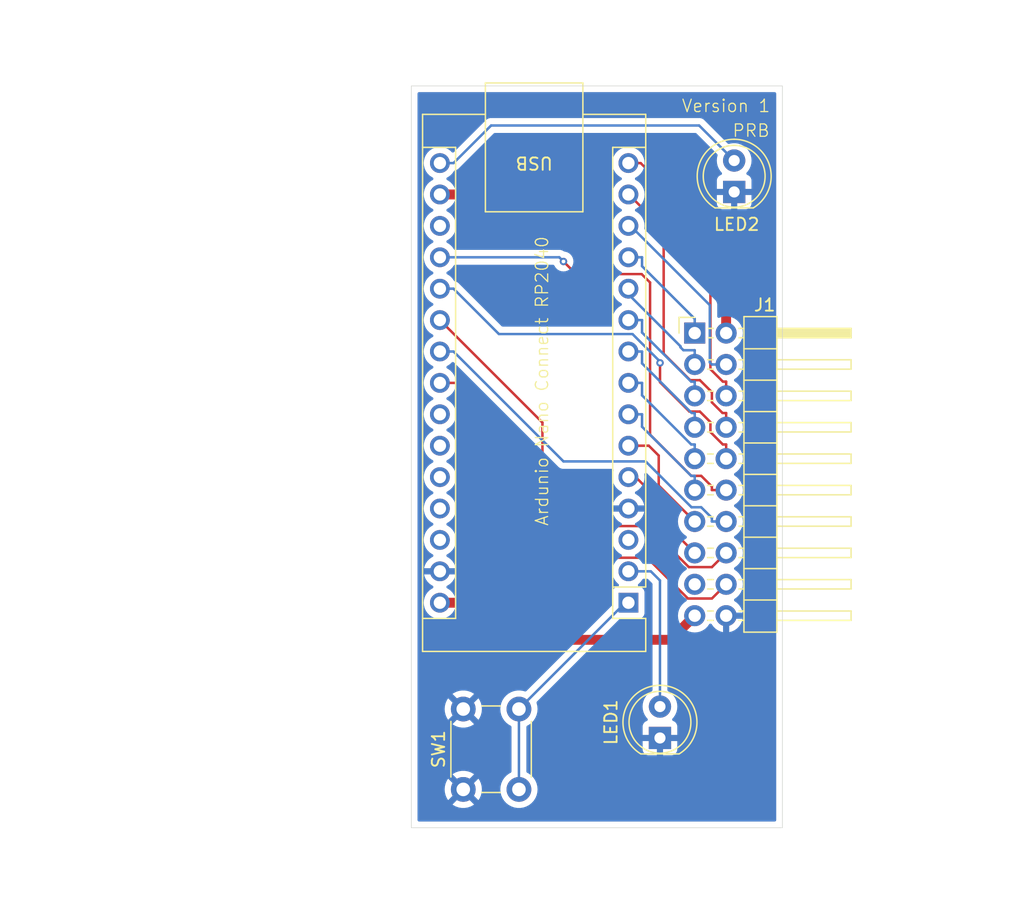
<source format=kicad_pcb>
(kicad_pcb (version 20240108) (generator "pcbnew") (generator_version "8.0")
  (title_block (rev "${version}"))
  (layers (0 "F.Cu" signal) (31 "B.Cu" signal) (34 "B.Paste" user) (35 "F.Paste" user) (36 "B.SilkS" user "B.Silkscreen") (37 "F.SilkS" user "F.Silkscreen") (38 "B.Mask" user) (39 "F.Mask" user) (44 "Edge.Cuts" user))
  (property "designer" "PRB")
  (property "version" "1")
  (net 0 "")
  (net 1 "LEFT_ENC_A")
  (net 3 "GPIO12_D18")
  (net 4 "RIGHT_FRONT_ADC")
  (net 6 "LEFT_FRONT_ADC")
  (net 7 "GND")
  (net 10 "LEFT_Motor_Dir")
  (net 11 "Net-(A1-D1{slash}TX)")
  (net 12 "Net-(A1-D0{slash}RX)")
  (net 14 "LEFT_Motor_PWM")
  (net 15 "RIGHT_Motor_Dir")
  (net 16 "LEFT_DIAG_ADC")
  (net 17 "RIGHT_ENC_B")
  (net 19 "SENSOR_LED")
  (net 20 "GPIO_DIAG")
  (net 21 "RIGHT_DIAG_ADC")
  (net 22 "Vcc")
  (net 23 "GPIO_FRONT")
  (net 24 "RIGHT_Motor_PWM")
  (net 26 "Vbatt")
  (net 27 "RIGHT_ENC_A")
  (net 28 "LEFT_ENC_B")
  (net 30 "Net-(A1-D13{slash}SCK)")
  (footprint "LED_THT:LED_D5.0mm" (layer "F.Cu") (at 160.1 108.54 90)
    (property "Reference" "LED1" (at 1.27 -3.96 90) (layer "F.SilkS"))
    (property "Value" "LED")
    (fp_line (start -1.29 -1.545) (end -1.29 1.545) (stroke (width 0.12)) (layer "F.SilkS"))
    (fp_arc (start -1.29 -1.54483) (mid 2.071756 -2.880501) (end 4.26 -0.000048) (stroke (width 0.12)) (layer "F.SilkS"))
    (fp_arc (start 4.26 0.000048) (mid 2.071756 2.880501) (end -1.29 1.54483) (stroke (width 0.12)) (layer "F.SilkS"))
    (fp_circle (center 1.27 0) (end 3.77 0) (stroke (width 0.12)) (fill none) (layer "F.SilkS"))
    (pad "1" thru_hole rect (at 0 0 90) (size 1.8 1.8) (drill 0.9) (layers "*.Cu" "*.Mask") (net 7 "GND"))
    (pad "2" thru_hole circle (at 2.54 0 90) (size 1.8 1.8) (drill 0.9) (layers "*.Cu" "*.Mask") (net 12 "Net-(A1-D0{slash}RX)"))
  )
  (footprint "Module:Arduino_Nano" (layer "F.Cu") (at 157.55 97.6 180)
    (property "Reference" "A1" (hide yes))
    (property "Value" "Arduino_Nano_RP2040_Connect")
    (fp_line (start 16.64 39.5) (end 16.64 -3.94) (stroke (width 0.12)) (layer "F.SilkS"))
    (fp_line (start 16.64 39.5) (end 11.56 39.5) (stroke (width 0.12)) (layer "F.SilkS"))
    (fp_line (start 16.64 -3.94) (end -1.4 -3.94) (stroke (width 0.12)) (layer "F.SilkS"))
    (fp_line (start 13.97 36.83) (end 16.64 36.83) (stroke (width 0.12)) (layer "F.SilkS"))
    (fp_line (start 13.97 -1.27) (end 16.64 -1.27) (stroke (width 0.12)) (layer "F.SilkS"))
    (fp_line (start 13.97 -1.27) (end 13.97 36.83) (stroke (width 0.12)) (layer "F.SilkS"))
    (fp_line (start 11.56 42.04) (end 3.68 42.04) (stroke (width 0.12)) (layer "F.SilkS"))
    (fp_line (start 11.56 31.62) (end 11.56 42.04) (stroke (width 0.12)) (layer "F.SilkS"))
    (fp_line (start 3.68 42.04) (end 3.68 31.62) (stroke (width 0.12)) (layer "F.SilkS"))
    (fp_line (start 3.68 31.62) (end 11.56 31.62) (stroke (width 0.12)) (layer "F.SilkS"))
    (fp_line (start 1.27 36.83) (end -1.4 36.83) (stroke (width 0.12)) (layer "F.SilkS"))
    (fp_line (start 1.27 1.27) (end 1.27 36.83) (stroke (width 0.12)) (layer "F.SilkS"))
    (fp_line (start 1.27 1.27) (end 1.27 -1.27) (stroke (width 0.12)) (layer "F.SilkS"))
    (fp_line (start 1.27 1.27) (end -1.4 1.27) (stroke (width 0.12)) (layer "F.SilkS"))
    (fp_line (start 1.27 -1.27) (end -1.4 -1.27) (stroke (width 0.12)) (layer "F.SilkS"))
    (fp_line (start -1.4 39.5) (end 3.68 39.5) (stroke (width 0.12)) (layer "F.SilkS"))
    (fp_line (start -1.4 1.27) (end -1.4 39.5) (stroke (width 0.12)) (layer "F.SilkS"))
    (fp_line (start -1.4 -3.94) (end -1.4 -1.27) (stroke (width 0.12)) (layer "F.SilkS"))
    (fp_text user "USB" (at 7.62 35.56 180) (layer "F.SilkS"))
    (pad "1" thru_hole rect (at 0 0 180) (size 1.6 1.6) (drill 1) (layers "*.Cu" "*.Mask") (net 11 "Net-(A1-D1{slash}TX)"))
    (pad "2" thru_hole oval (at 0 2.54 180) (size 1.6 1.6) (drill 1) (layers "*.Cu" "*.Mask") (net 12 "Net-(A1-D0{slash}RX)"))
    (pad "3" thru_hole oval (at 0 5.08 180) (size 1.6 1.6) (drill 1) (layers "*.Cu" "*.Mask"))
    (pad "4" thru_hole oval (at 0 7.62 180) (size 1.6 1.6) (drill 1) (layers "*.Cu" "*.Mask") (net 7 "GND"))
    (pad "5" thru_hole oval (at 0 10.16 180) (size 1.6 1.6) (drill 1) (layers "*.Cu" "*.Mask") (net 24 "RIGHT_Motor_PWM"))
    (pad "6" thru_hole oval (at 0 12.7 180) (size 1.6 1.6) (drill 1) (layers "*.Cu" "*.Mask") (net 14 "LEFT_Motor_PWM"))
    (pad "7" thru_hole oval (at 0 15.24 180) (size 1.6 1.6) (drill 1) (layers "*.Cu" "*.Mask") (net 10 "LEFT_Motor_Dir"))
    (pad "8" thru_hole oval (at 0 17.78 180) (size 1.6 1.6) (drill 1) (layers "*.Cu" "*.Mask") (net 15 "RIGHT_Motor_Dir"))
    (pad "9" thru_hole oval (at 0 20.32 180) (size 1.6 1.6) (drill 1) (layers "*.Cu" "*.Mask") (net 27 "RIGHT_ENC_A"))
    (pad "10" thru_hole oval (at 0 22.86 180) (size 1.6 1.6) (drill 1) (layers "*.Cu" "*.Mask") (net 17 "RIGHT_ENC_B"))
    (pad "11" thru_hole oval (at 0 25.4 180) (size 1.6 1.6) (drill 1) (layers "*.Cu" "*.Mask") (net 1 "LEFT_ENC_A"))
    (pad "12" thru_hole oval (at 0 27.94 180) (size 1.6 1.6) (drill 1) (layers "*.Cu" "*.Mask") (net 28 "LEFT_ENC_B"))
    (pad "13" thru_hole oval (at 0 30.48 180) (size 1.6 1.6) (drill 1) (layers "*.Cu" "*.Mask") (net 19 "SENSOR_LED"))
    (pad "14" thru_hole oval (at 0 33.02 180) (size 1.6 1.6) (drill 1) (layers "*.Cu" "*.Mask") (net 20 "GPIO_DIAG"))
    (pad "15" thru_hole oval (at 0 35.56 180) (size 1.6 1.6) (drill 1) (layers "*.Cu" "*.Mask") (net 23 "GPIO_FRONT"))
    (pad "16" thru_hole oval (at 15.24 35.56 180) (size 1.6 1.6) (drill 1) (layers "*.Cu" "*.Mask") (net 30 "Net-(A1-D13{slash}SCK)"))
    (pad "17" thru_hole oval (at 15.24 33.02 180) (size 1.6 1.6) (drill 1) (layers "*.Cu" "*.Mask") (net 22 "Vcc"))
    (pad "18" thru_hole oval (at 15.24 30.48 180) (size 1.6 1.6) (drill 1) (layers "*.Cu" "*.Mask"))
    (pad "19" thru_hole oval (at 15.24 27.94 180) (size 1.6 1.6) (drill 1) (layers "*.Cu" "*.Mask") (net 21 "RIGHT_DIAG_ADC"))
    (pad "20" thru_hole oval (at 15.24 25.4 180) (size 1.6 1.6) (drill 1) (layers "*.Cu" "*.Mask") (net 4 "RIGHT_FRONT_ADC"))
    (pad "21" thru_hole oval (at 15.24 22.86 180) (size 1.6 1.6) (drill 1) (layers "*.Cu" "*.Mask") (net 6 "LEFT_FRONT_ADC"))
    (pad "22" thru_hole oval (at 15.24 20.32 180) (size 1.6 1.6) (drill 1) (layers "*.Cu" "*.Mask") (net 16 "LEFT_DIAG_ADC"))
    (pad "23" thru_hole oval (at 15.24 17.78 180) (size 1.6 1.6) (drill 1) (layers "*.Cu" "*.Mask") (net 3 "GPIO12_D18"))
    (pad "24" thru_hole oval (at 15.24 15.24 180) (size 1.6 1.6) (drill 1) (layers "*.Cu" "*.Mask"))
    (pad "25" thru_hole oval (at 15.24 12.7 180) (size 1.6 1.6) (drill 1) (layers "*.Cu" "*.Mask"))
    (pad "26" thru_hole oval (at 15.24 10.16 180) (size 1.6 1.6) (drill 1) (layers "*.Cu" "*.Mask"))
    (pad "27" thru_hole oval (at 15.24 7.62 180) (size 1.6 1.6) (drill 1) (layers "*.Cu" "*.Mask"))
    (pad "28" thru_hole oval (at 15.24 5.08 180) (size 1.6 1.6) (drill 1) (layers "*.Cu" "*.Mask"))
    (pad "29" thru_hole oval (at 15.24 2.54 180) (size 1.6 1.6) (drill 1) (layers "*.Cu" "*.Mask") (net 7 "GND"))
    (pad "30" thru_hole oval (at 15.24 0 180) (size 1.6 1.6) (drill 1) (layers "*.Cu" "*.Mask") (net 26 "Vbatt"))
  )
  (footprint "LED_THT:LED_D5.0mm" (layer "F.Cu") (at 166.1 64.375 90)
    (property "Reference" "LED2" (at -2.625 0.2 180) (layer "F.SilkS"))
    (property "Value" "LED")
    (fp_line (start -1.29 -1.545) (end -1.29 1.545) (stroke (width 0.12)) (layer "F.SilkS"))
    (fp_arc (start -1.29 -1.54483) (mid 2.071756 -2.880501) (end 4.26 -0.000048) (stroke (width 0.12)) (layer "F.SilkS"))
    (fp_arc (start 4.26 0.000048) (mid 2.071756 2.880501) (end -1.29 1.54483) (stroke (width 0.12)) (layer "F.SilkS"))
    (fp_circle (center 1.27 0) (end 3.77 0) (stroke (width 0.12)) (fill none) (layer "F.SilkS"))
    (pad "1" thru_hole rect (at 0 0 90) (size 1.8 1.8) (drill 0.9) (layers "*.Cu" "*.Mask") (net 7 "GND"))
    (pad "2" thru_hole circle (at 2.54 0 90) (size 1.8 1.8) (drill 0.9) (layers "*.Cu" "*.Mask") (net 30 "Net-(A1-D13{slash}SCK)"))
  )
  (footprint "Button_Switch_THT:SW_PUSH_6mm" (layer "F.Cu") (at 144.2 112.7 90)
    (property "Reference" "SW1" (at 3.25 -2 90) (layer "F.SilkS"))
    (property "Value" "TACT_SW")
    (fp_line (start 5.5 -1) (end 1 -1) (stroke (width 0.12)) (layer "F.SilkS"))
    (fp_line (start -0.25 1.5) (end -0.25 3) (stroke (width 0.12)) (layer "F.SilkS"))
    (fp_line (start 6.75 3) (end 6.75 1.5) (stroke (width 0.12)) (layer "F.SilkS"))
    (fp_line (start 1 5.5) (end 5.5 5.5) (stroke (width 0.12)) (layer "F.SilkS"))
    (pad "1" thru_hole circle (at 0 0 180) (size 2 2) (drill 1.1) (layers "*.Cu" "*.Mask") (net 7 "GND"))
    (pad "1" thru_hole circle (at 6.5 0 180) (size 2 2) (drill 1.1) (layers "*.Cu" "*.Mask") (net 7 "GND"))
    (pad "2" thru_hole circle (at 0 4.5 180) (size 2 2) (drill 1.1) (layers "*.Cu" "*.Mask") (net 11 "Net-(A1-D1{slash}TX)"))
    (pad "2" thru_hole circle (at 6.5 4.5 180) (size 2 2) (drill 1.1) (layers "*.Cu" "*.Mask") (net 11 "Net-(A1-D1{slash}TX)"))
  )
  (footprint "Connector_PinHeader_2.54mm:PinHeader_2x10_P2.54mm_Horizontal" (layer "F.Cu") (at 162.91 75.79)
    (property "Reference" "J1" (at 5.655 -2.27 0) (layer "F.SilkS"))
    (property "Value" "Conn_02x10_Odd_Even")
    (fp_line (start -1.27 -1.27) (end 0 -1.27) (stroke (width 0.12)) (layer "F.SilkS"))
    (fp_line (start -1.27 0) (end -1.27 -1.27) (stroke (width 0.12)) (layer "F.SilkS"))
    (fp_line (start 1.042929 2.16) (end 1.497071 2.16) (stroke (width 0.12)) (layer "F.SilkS"))
    (fp_line (start 1.042929 2.92) (end 1.497071 2.92) (stroke (width 0.12)) (layer "F.SilkS"))
    (fp_line (start 1.042929 4.7) (end 1.497071 4.7) (stroke (width 0.12)) (layer "F.SilkS"))
    (fp_line (start 1.042929 5.46) (end 1.497071 5.46) (stroke (width 0.12)) (layer "F.SilkS"))
    (fp_line (start 1.042929 7.24) (end 1.497071 7.24) (stroke (width 0.12)) (layer "F.SilkS"))
    (fp_line (start 1.042929 8) (end 1.497071 8) (stroke (width 0.12)) (layer "F.SilkS"))
    (fp_line (start 1.042929 9.78) (end 1.497071 9.78) (stroke (width 0.12)) (layer "F.SilkS"))
    (fp_line (start 1.042929 10.54) (end 1.497071 10.54) (stroke (width 0.12)) (layer "F.SilkS"))
    (fp_line (start 1.042929 12.32) (end 1.497071 12.32) (stroke (width 0.12)) (layer "F.SilkS"))
    (fp_line (start 1.042929 13.08) (end 1.497071 13.08) (stroke (width 0.12)) (layer "F.SilkS"))
    (fp_line (start 1.042929 14.86) (end 1.497071 14.86) (stroke (width 0.12)) (layer "F.SilkS"))
    (fp_line (start 1.042929 15.62) (end 1.497071 15.62) (stroke (width 0.12)) (layer "F.SilkS"))
    (fp_line (start 1.042929 17.4) (end 1.497071 17.4) (stroke (width 0.12)) (layer "F.SilkS"))
    (fp_line (start 1.042929 18.16) (end 1.497071 18.16) (stroke (width 0.12)) (layer "F.SilkS"))
    (fp_line (start 1.042929 19.94) (end 1.497071 19.94) (stroke (width 0.12)) (layer "F.SilkS"))
    (fp_line (start 1.042929 20.7) (end 1.497071 20.7) (stroke (width 0.12)) (layer "F.SilkS"))
    (fp_line (start 1.042929 22.48) (end 1.497071 22.48) (stroke (width 0.12)) (layer "F.SilkS"))
    (fp_line (start 1.042929 23.24) (end 1.497071 23.24) (stroke (width 0.12)) (layer "F.SilkS"))
    (fp_line (start 1.11 -0.38) (end 1.497071 -0.38) (stroke (width 0.12)) (layer "F.SilkS"))
    (fp_line (start 1.11 0.38) (end 1.497071 0.38) (stroke (width 0.12)) (layer "F.SilkS"))
    (fp_line (start 3.582929 -0.38) (end 3.98 -0.38) (stroke (width 0.12)) (layer "F.SilkS"))
    (fp_line (start 3.582929 0.38) (end 3.98 0.38) (stroke (width 0.12)) (layer "F.SilkS"))
    (fp_line (start 3.582929 2.16) (end 3.98 2.16) (stroke (width 0.12)) (layer "F.SilkS"))
    (fp_line (start 3.582929 2.92) (end 3.98 2.92) (stroke (width 0.12)) (layer "F.SilkS"))
    (fp_line (start 3.582929 4.7) (end 3.98 4.7) (stroke (width 0.12)) (layer "F.SilkS"))
    (fp_line (start 3.582929 5.46) (end 3.98 5.46) (stroke (width 0.12)) (layer "F.SilkS"))
    (fp_line (start 3.582929 7.24) (end 3.98 7.24) (stroke (width 0.12)) (layer "F.SilkS"))
    (fp_line (start 3.582929 8) (end 3.98 8) (stroke (width 0.12)) (layer "F.SilkS"))
    (fp_line (start 3.582929 9.78) (end 3.98 9.78) (stroke (width 0.12)) (layer "F.SilkS"))
    (fp_line (start 3.582929 10.54) (end 3.98 10.54) (stroke (width 0.12)) (layer "F.SilkS"))
    (fp_line (start 3.582929 12.32) (end 3.98 12.32) (stroke (width 0.12)) (layer "F.SilkS"))
    (fp_line (start 3.582929 13.08) (end 3.98 13.08) (stroke (width 0.12)) (layer "F.SilkS"))
    (fp_line (start 3.582929 14.86) (end 3.98 14.86) (stroke (width 0.12)) (layer "F.SilkS"))
    (fp_line (start 3.582929 15.62) (end 3.98 15.62) (stroke (width 0.12)) (layer "F.SilkS"))
    (fp_line (start 3.582929 17.4) (end 3.98 17.4) (stroke (width 0.12)) (layer "F.SilkS"))
    (fp_line (start 3.582929 18.16) (end 3.98 18.16) (stroke (width 0.12)) (layer "F.SilkS"))
    (fp_line (start 3.582929 19.94) (end 3.98 19.94) (stroke (width 0.12)) (layer "F.SilkS"))
    (fp_line (start 3.582929 20.7) (end 3.98 20.7) (stroke (width 0.12)) (layer "F.SilkS"))
    (fp_line (start 3.582929 22.48) (end 3.98 22.48) (stroke (width 0.12)) (layer "F.SilkS"))
    (fp_line (start 3.582929 23.24) (end 3.98 23.24) (stroke (width 0.12)) (layer "F.SilkS"))
    (fp_line (start 3.98 -1.33) (end 3.98 24.19) (stroke (width 0.12)) (layer "F.SilkS"))
    (fp_line (start 3.98 1.27) (end 6.64 1.27) (stroke (width 0.12)) (layer "F.SilkS"))
    (fp_line (start 3.98 3.81) (end 6.64 3.81) (stroke (width 0.12)) (layer "F.SilkS"))
    (fp_line (start 3.98 6.35) (end 6.64 6.35) (stroke (width 0.12)) (layer "F.SilkS"))
    (fp_line (start 3.98 8.89) (end 6.64 8.89) (stroke (width 0.12)) (layer "F.SilkS"))
    (fp_line (start 3.98 11.43) (end 6.64 11.43) (stroke (width 0.12)) (layer "F.SilkS"))
    (fp_line (start 3.98 13.97) (end 6.64 13.97) (stroke (width 0.12)) (layer "F.SilkS"))
    (fp_line (start 3.98 16.51) (end 6.64 16.51) (stroke (width 0.12)) (layer "F.SilkS"))
    (fp_line (start 3.98 19.05) (end 6.64 19.05) (stroke (width 0.12)) (layer "F.SilkS"))
    (fp_line (start 3.98 21.59) (end 6.64 21.59) (stroke (width 0.12)) (layer "F.SilkS"))
    (fp_line (start 3.98 24.19) (end 6.64 24.19) (stroke (width 0.12)) (layer "F.SilkS"))
    (fp_line (start 6.64 -1.33) (end 3.98 -1.33) (stroke (width 0.12)) (layer "F.SilkS"))
    (fp_line (start 6.64 -0.38) (end 12.64 -0.38) (stroke (width 0.12)) (layer "F.SilkS"))
    (fp_line (start 6.64 -0.32) (end 12.64 -0.32) (stroke (width 0.12)) (layer "F.SilkS"))
    (fp_line (start 6.64 -0.2) (end 12.64 -0.2) (stroke (width 0.12)) (layer "F.SilkS"))
    (fp_line (start 6.64 -0.08) (end 12.64 -0.08) (stroke (width 0.12)) (layer "F.SilkS"))
    (fp_line (start 6.64 0.04) (end 12.64 0.04) (stroke (width 0.12)) (layer "F.SilkS"))
    (fp_line (start 6.64 0.16) (end 12.64 0.16) (stroke (width 0.12)) (layer "F.SilkS"))
    (fp_line (start 6.64 0.28) (end 12.64 0.28) (stroke (width 0.12)) (layer "F.SilkS"))
    (fp_line (start 6.64 2.16) (end 12.64 2.16) (stroke (width 0.12)) (layer "F.SilkS"))
    (fp_line (start 6.64 4.7) (end 12.64 4.7) (stroke (width 0.12)) (layer "F.SilkS"))
    (fp_line (start 6.64 7.24) (end 12.64 7.24) (stroke (width 0.12)) (layer "F.SilkS"))
    (fp_line (start 6.64 9.78) (end 12.64 9.78) (stroke (width 0.12)) (layer "F.SilkS"))
    (fp_line (start 6.64 12.32) (end 12.64 12.32) (stroke (width 0.12)) (layer "F.SilkS"))
    (fp_line (start 6.64 14.86) (end 12.64 14.86) (stroke (width 0.12)) (layer "F.SilkS"))
    (fp_line (start 6.64 17.4) (end 12.64 17.4) (stroke (width 0.12)) (layer "F.SilkS"))
    (fp_line (start 6.64 19.94) (end 12.64 19.94) (stroke (width 0.12)) (layer "F.SilkS"))
    (fp_line (start 6.64 22.48) (end 12.64 22.48) (stroke (width 0.12)) (layer "F.SilkS"))
    (fp_line (start 6.64 24.19) (end 6.64 -1.33) (stroke (width 0.12)) (layer "F.SilkS"))
    (fp_line (start 12.64 -0.38) (end 12.64 0.38) (stroke (width 0.12)) (layer "F.SilkS"))
    (fp_line (start 12.64 0.38) (end 6.64 0.38) (stroke (width 0.12)) (layer "F.SilkS"))
    (fp_line (start 12.64 2.16) (end 12.64 2.92) (stroke (width 0.12)) (layer "F.SilkS"))
    (fp_line (start 12.64 2.92) (end 6.64 2.92) (stroke (width 0.12)) (layer "F.SilkS"))
    (fp_line (start 12.64 4.7) (end 12.64 5.46) (stroke (width 0.12)) (layer "F.SilkS"))
    (fp_line (start 12.64 5.46) (end 6.64 5.46) (stroke (width 0.12)) (layer "F.SilkS"))
    (fp_line (start 12.64 7.24) (end 12.64 8) (stroke (width 0.12)) (layer "F.SilkS"))
    (fp_line (start 12.64 8) (end 6.64 8) (stroke (width 0.12)) (layer "F.SilkS"))
    (fp_line (start 12.64 9.78) (end 12.64 10.54) (stroke (width 0.12)) (layer "F.SilkS"))
    (fp_line (start 12.64 10.54) (end 6.64 10.54) (stroke (width 0.12)) (layer "F.SilkS"))
    (fp_line (start 12.64 12.32) (end 12.64 13.08) (stroke (width 0.12)) (layer "F.SilkS"))
    (fp_line (start 12.64 13.08) (end 6.64 13.08) (stroke (width 0.12)) (layer "F.SilkS"))
    (fp_line (start 12.64 14.86) (end 12.64 15.62) (stroke (width 0.12)) (layer "F.SilkS"))
    (fp_line (start 12.64 15.62) (end 6.64 15.62) (stroke (width 0.12)) (layer "F.SilkS"))
    (fp_line (start 12.64 17.4) (end 12.64 18.16) (stroke (width 0.12)) (layer "F.SilkS"))
    (fp_line (start 12.64 18.16) (end 6.64 18.16) (stroke (width 0.12)) (layer "F.SilkS"))
    (fp_line (start 12.64 19.94) (end 12.64 20.7) (stroke (width 0.12)) (layer "F.SilkS"))
    (fp_line (start 12.64 20.7) (end 6.64 20.7) (stroke (width 0.12)) (layer "F.SilkS"))
    (fp_line (start 12.64 22.48) (end 12.64 23.24) (stroke (width 0.12)) (layer "F.SilkS"))
    (fp_line (start 12.64 23.24) (end 6.64 23.24) (stroke (width 0.12)) (layer "F.SilkS"))
    (pad "1" thru_hole rect (at 0 0) (size 1.7 1.7) (drill 1) (layers "*.Cu" "*.Mask") (net 28 "LEFT_ENC_B"))
    (pad "2" thru_hole oval (at 2.54 0) (size 1.7 1.7) (drill 1) (layers "*.Cu" "*.Mask") (net 22 "Vcc"))
    (pad "3" thru_hole oval (at 0 2.54) (size 1.7 1.7) (drill 1) (layers "*.Cu" "*.Mask") (net 1 "LEFT_ENC_A"))
    (pad "4" thru_hole oval (at 2.54 2.54) (size 1.7 1.7) (drill 1) (layers "*.Cu" "*.Mask") (net 19 "SENSOR_LED"))
    (pad "5" thru_hole oval (at 0 5.08) (size 1.7 1.7) (drill 1) (layers "*.Cu" "*.Mask") (net 17 "RIGHT_ENC_B"))
    (pad "6" thru_hole oval (at 2.54 5.08) (size 1.7 1.7) (drill 1) (layers "*.Cu" "*.Mask") (net 23 "GPIO_FRONT"))
    (pad "7" thru_hole oval (at 0 7.62) (size 1.7 1.7) (drill 1) (layers "*.Cu" "*.Mask") (net 27 "RIGHT_ENC_A"))
    (pad "8" thru_hole oval (at 2.54 7.62) (size 1.7 1.7) (drill 1) (layers "*.Cu" "*.Mask") (net 20 "GPIO_DIAG"))
    (pad "9" thru_hole oval (at 0 10.16) (size 1.7 1.7) (drill 1) (layers "*.Cu" "*.Mask") (net 15 "RIGHT_Motor_Dir"))
    (pad "10" thru_hole oval (at 2.54 10.16) (size 1.7 1.7) (drill 1) (layers "*.Cu" "*.Mask") (net 4 "RIGHT_FRONT_ADC"))
    (pad "11" thru_hole oval (at 0 12.7) (size 1.7 1.7) (drill 1) (layers "*.Cu" "*.Mask") (net 10 "LEFT_Motor_Dir"))
    (pad "12" thru_hole oval (at 2.54 12.7) (size 1.7 1.7) (drill 1) (layers "*.Cu" "*.Mask") (net 21 "RIGHT_DIAG_ADC"))
    (pad "13" thru_hole oval (at 0 15.24) (size 1.7 1.7) (drill 1) (layers "*.Cu" "*.Mask") (net 14 "LEFT_Motor_PWM"))
    (pad "14" thru_hole oval (at 2.54 15.24) (size 1.7 1.7) (drill 1) (layers "*.Cu" "*.Mask") (net 16 "LEFT_DIAG_ADC"))
    (pad "15" thru_hole oval (at 0 17.78) (size 1.7 1.7) (drill 1) (layers "*.Cu" "*.Mask") (net 24 "RIGHT_Motor_PWM"))
    (pad "16" thru_hole oval (at 2.54 17.78) (size 1.7 1.7) (drill 1) (layers "*.Cu" "*.Mask") (net 6 "LEFT_FRONT_ADC"))
    (pad "17" thru_hole oval (at 0 20.32) (size 1.7 1.7) (drill 1) (layers "*.Cu" "*.Mask"))
    (pad "18" thru_hole oval (at 2.54 20.32) (size 1.7 1.7) (drill 1) (layers "*.Cu" "*.Mask") (net 3 "GPIO12_D18"))
    (pad "19" thru_hole oval (at 0 22.86) (size 1.7 1.7) (drill 1) (layers "*.Cu" "*.Mask") (net 26 "Vbatt"))
    (pad "20" thru_hole oval (at 2.54 22.86) (size 1.7 1.7) (drill 1) (layers "*.Cu" "*.Mask") (net 7 "GND"))
  )
  (gr_rect (start 140 55.8) (end 170 115.8) (stroke (width 0.05)) (fill none) (layer "Edge.Cuts"))
  (gr_text "Version ${version}" (at 161.8 58 0) (layer "F.SilkS") (effects (font (size 1 1) (thickness 0.1)) (justify left bottom)))
  (gr_text "Ardunio Nano Connect RP2040" (at 151.15 91.45 90) (layer "F.SilkS") (effects (font (size 1 1) (thickness 0.1)) (justify left bottom)))
  (gr_text "${designer}" (at 165.9 60 0) (layer "F.SilkS") (effects (font (size 1 1) (thickness 0.1)) (justify left bottom)))
  (segment (start 161.76 76.86) (end 157.55 72.65) (width 0.2) (layer "B.Cu") (net 1))
  (segment (start 162.91 78.33) (end 162.91 77.1783) (width 0.2) (layer "B.Cu") (net 1))
  (segment (start 162.91 77.1783) (end 161.9983 77.1783) (width 0.2) (layer "B.Cu") (net 1))
  (segment (start 161.76 76.94) (end 161.76 76.86) (width 0.2) (layer "B.Cu") (net 1))
  (segment (start 161.9983 77.1783) (end 161.76 76.94) (width 0.2) (layer "B.Cu") (net 1))
  (segment (start 157.55 72.65) (end 157.55 72.2) (width 0.2) (layer "B.Cu") (net 1))
  (segment (start 159.06 93.96) (end 162.36 97.26) (width 0.2) (layer "F.Cu") (net 3))
  (segment (start 144.52 79.82) (end 148.7 84) (width 0.2) (layer "F.Cu") (net 3))
  (segment (start 142.31 79.82) (end 144.52 79.82) (width 0.2) (layer "F.Cu") (net 3))
  (segment (start 153.56 93.96) (end 159.06 93.96) (width 0.2) (layer "F.Cu") (net 3))
  (segment (start 162.36 97.26) (end 164.3 97.26) (width 0.2) (layer "F.Cu") (net 3))
  (segment (start 148.7 89.1) (end 153.56 93.96) (width 0.2) (layer "F.Cu") (net 3))
  (segment (start 164.3 97.26) (end 165.45 96.11) (width 0.2) (layer "F.Cu") (net 3))
  (segment (start 148.7 84) (end 148.7 89.1) (width 0.2) (layer "F.Cu") (net 3))
  (segment (start 163.3283 82.14) (end 164.18 82.9917) (width 0.2) (layer "F.Cu") (net 4))
  (segment (start 164.18 82.9917) (end 164.18 83.7968) (width 0.2) (layer "F.Cu") (net 4))
  (segment (start 160.1058 78.2) (end 160.1058 79.7667) (width 0.2) (layer "F.Cu") (net 4))
  (segment (start 160.1058 79.7667) (end 162.4791 82.14) (width 0.2) (layer "F.Cu") (net 4))
  (segment (start 165.45 84.7983) (end 165.45 85.95) (width 0.2) (layer "F.Cu") (net 4))
  (segment (start 165.1815 84.7983) (end 165.45 84.7983) (width 0.2) (layer "F.Cu") (net 4))
  (segment (start 164.18 83.7968) (end 165.1815 84.7983) (width 0.2) (layer "F.Cu") (net 4))
  (segment (start 162.4791 82.14) (end 163.3283 82.14) (width 0.2) (layer "F.Cu") (net 4))
  (via (at 160.1058 78.2) (size 0.6) (drill 0.3) (layers "F.Cu" "B.Cu") (net 4))
  (segment (start 160.1058 78.0942) (end 157.88 75.8684) (width 0.2) (layer "B.Cu") (net 4))
  (segment (start 147.0801 75.8684) (end 143.4117 72.2) (width 0.2) (layer "B.Cu") (net 4))
  (segment (start 143.4117 72.2) (end 142.31 72.2) (width 0.2) (layer "B.Cu") (net 4))
  (segment (start 157.88 75.8684) (end 147.0801 75.8684) (width 0.2) (layer "B.Cu") (net 4))
  (segment (start 160.1058 78.2) (end 160.1058 78.0942) (width 0.2) (layer "B.Cu") (net 4))
  (segment (start 159.5 91.786346) (end 162.433654 94.72) (width 0.2) (layer "F.Cu") (net 6))
  (segment (start 142.31 74.74) (end 150.6 83.03) (width 0.2) (layer "F.Cu") (net 6))
  (segment (start 150.6 83.03) (end 150.6 87.6) (width 0.2) (layer "F.Cu") (net 6))
  (segment (start 150.6 87.6) (end 154.4 91.4) (width 0.2) (layer "F.Cu") (net 6))
  (segment (start 164.3 94.72) (end 165.45 93.57) (width 0.2) (layer "F.Cu") (net 6))
  (segment (start 159.5 91.4) (end 159.5 91.786346) (width 0.2) (layer "F.Cu") (net 6))
  (segment (start 154.4 91.4) (end 159.5 91.4) (width 0.2) (layer "F.Cu") (net 6))
  (segment (start 162.433654 94.72) (end 164.3 94.72) (width 0.2) (layer "F.Cu") (net 6))
  (segment (start 158.6517 83.3663) (end 158.6517 82.36) (width 0.2) (layer "B.Cu") (net 10))
  (segment (start 162.91 88.49) (end 162.91 87.3383) (width 0.2) (layer "B.Cu") (net 10))
  (segment (start 162.6237 87.3383) (end 158.6517 83.3663) (width 0.2) (layer "B.Cu") (net 10))
  (segment (start 157.55 82.36) (end 158.6517 82.36) (width 0.2) (layer "B.Cu") (net 10))
  (segment (start 162.91 87.3383) (end 162.6237 87.3383) (width 0.2) (layer "B.Cu") (net 10))
  (segment (start 148.7 106.2) (end 148.7 112.7) (width 0.2) (layer "B.Cu") (net 11))
  (segment (start 157.3 97.6) (end 148.7 106.2) (width 0.2) (layer "B.Cu") (net 11))
  (segment (start 157.55 97.6) (end 157.3 97.6) (width 0.2) (layer "B.Cu") (net 11))
  (segment (start 159.36 95.06) (end 160.1 95.8) (width 0.2) (layer "B.Cu") (net 12))
  (segment (start 160.1 95.8) (end 160.1 106) (width 0.2) (layer "B.Cu") (net 12))
  (segment (start 157.55 95.06) (end 159.36 95.06) (width 0.2) (layer "B.Cu") (net 12))
  (segment (start 157.55 84.9) (end 159.2 84.9) (width 0.2) (layer "F.Cu") (net 14))
  (segment (start 160 85.7) (end 160 88.12) (width 0.2) (layer "F.Cu") (net 14))
  (segment (start 159.2 84.9) (end 160 85.7) (width 0.2) (layer "F.Cu") (net 14))
  (segment (start 160 88.12) (end 162.91 91.03) (width 0.2) (layer "F.Cu") (net 14))
  (segment (start 162.6237 84.7983) (end 158.6517 80.8263) (width 0.2) (layer "B.Cu") (net 15))
  (segment (start 157.55 79.82) (end 158.6517 79.82) (width 0.2) (layer "B.Cu") (net 15))
  (segment (start 158.6517 80.8263) (end 158.6517 79.82) (width 0.2) (layer "B.Cu") (net 15))
  (segment (start 162.91 85.95) (end 162.91 84.7983) (width 0.2) (layer "B.Cu") (net 15))
  (segment (start 162.91 84.7983) (end 162.6237 84.7983) (width 0.2) (layer "B.Cu") (net 15))
  (segment (start 158.9434 86.17) (end 152.3017 86.17) (width 0.2) (layer "B.Cu") (net 16))
  (segment (start 164.2983 90.742) (end 163.4346 89.8783) (width 0.2) (layer "B.Cu") (net 16))
  (segment (start 152.3017 86.17) (end 143.4117 77.28) (width 0.2) (layer "B.Cu") (net 16))
  (segment (start 162.6517 89.8783) (end 158.9434 86.17) (width 0.2) (layer "B.Cu") (net 16))
  (segment (start 142.31 77.28) (end 143.4117 77.28) (width 0.2) (layer "B.Cu") (net 16))
  (segment (start 164.2983 91.03) (end 164.2983 90.742) (width 0.2) (layer "B.Cu") (net 16))
  (segment (start 163.4346 89.8783) (end 162.6517 89.8783) (width 0.2) (layer "B.Cu") (net 16))
  (segment (start 165.45 91.03) (end 164.2983 91.03) (width 0.2) (layer "B.Cu") (net 16))
  (segment (start 157.55 74.74) (end 158.6517 74.74) (width 0.2) (layer "B.Cu") (net 17))
  (segment (start 158.6517 75.7463) (end 158.6517 74.74) (width 0.2) (layer "B.Cu") (net 17))
  (segment (start 162.91 79.7183) (end 162.6237 79.7183) (width 0.2) (layer "B.Cu") (net 17))
  (segment (start 162.91 80.87) (end 162.91 79.7183) (width 0.2) (layer "B.Cu") (net 17))
  (segment (start 162.6237 79.7183) (end 158.6517 75.7463) (width 0.2) (layer "B.Cu") (net 17))
  (segment (start 157.55 67.12) (end 157.72 67.12) (width 0.2) (layer "B.Cu") (net 19))
  (segment (start 164.13 78.1617) (end 164.2983 78.33) (width 0.2) (layer "B.Cu") (net 19))
  (segment (start 164.2983 78.33) (end 165.45 78.33) (width 0.2) (layer "B.Cu") (net 19))
  (segment (start 164.13 73.53) (end 164.13 78.1617) (width 0.2) (layer "B.Cu") (net 19))
  (segment (start 157.72 67.12) (end 164.13 73.53) (width 0.2) (layer "B.Cu") (net 19))
  (segment (start 160.4 77.4559) (end 160.4 67.4) (width 0.2) (layer "F.Cu") (net 20))
  (segment (start 165.162 82.2583) (end 164.2983 81.3946) (width 0.2) (layer "F.Cu") (net 20))
  (segment (start 165.45 82.2583) (end 165.162 82.2583) (width 0.2) (layer "F.Cu") (net 20))
  (segment (start 162.5441 79.6) (end 160.4 77.4559) (width 0.2) (layer "F.Cu") (net 20))
  (segment (start 163.3283 79.6) (end 162.5441 79.6) (width 0.2) (layer "F.Cu") (net 20))
  (segment (start 160.4 67.4) (end 157.58 64.58) (width 0.2) (layer "F.Cu") (net 20))
  (segment (start 164.2983 80.57) (end 163.3283 79.6) (width 0.2) (layer "F.Cu") (net 20))
  (segment (start 165.45 83.41) (end 165.45 82.2583) (width 0.2) (layer "F.Cu") (net 20))
  (segment (start 164.2983 81.3946) (end 164.2983 80.57) (width 0.2) (layer "F.Cu") (net 20))
  (segment (start 157.58 64.58) (end 157.55 64.58) (width 0.2) (layer "F.Cu") (net 20))
  (segment (start 153.3178 71.0178) (end 158.6178 71.0178) (width 0.2) (layer "F.Cu") (net 21))
  (segment (start 159.3 84.0039) (end 162.6344 87.3383) (width 0.2) (layer "F.Cu") (net 21))
  (segment (start 158.6178 71.0178) (end 159.3 71.7) (width 0.2) (layer "F.Cu") (net 21))
  (segment (start 162.6344 87.3383) (end 163.4346 87.3383) (width 0.2) (layer "F.Cu") (net 21))
  (segment (start 152.3 70) (end 153.3178 71.0178) (width 0.2) (layer "F.Cu") (net 21))
  (segment (start 163.4346 87.3383) (end 164.2983 88.202) (width 0.2) (layer "F.Cu") (net 21))
  (segment (start 159.3 71.7) (end 159.3 84.0039) (width 0.2) (layer "F.Cu") (net 21))
  (segment (start 164.2983 88.49) (end 165.45 88.49) (width 0.2) (layer "F.Cu") (net 21))
  (segment (start 164.2983 88.202) (end 164.2983 88.49) (width 0.2) (layer "F.Cu") (net 21))
  (via (at 152.3 70) (size 0.6) (drill 0.3) (layers "F.Cu" "B.Cu") (net 21))
  (segment (start 152.3 70) (end 151.96 69.66) (width 0.2) (layer "B.Cu") (net 21))
  (segment (start 151.96 69.66) (end 142.31 69.66) (width 0.2) (layer "B.Cu") (net 21))
  (segment (start 143.8117 64.58) (end 142.31 64.58) (width 0.8) (layer "F.Cu") (net 22))
  (segment (start 148.2917 60.1) (end 143.8117 64.58) (width 0.8) (layer "F.Cu") (net 22))
  (segment (start 165.45 74.2383) (end 165.7069 73.9814) (width 0.8) (layer "F.Cu") (net 22))
  (segment (start 165.7069 68.057) (end 160.3 62.6501) (width 0.8) (layer "F.Cu") (net 22))
  (segment (start 165.7069 73.9814) (end 165.7069 68.057) (width 0.8) (layer "F.Cu") (net 22))
  (segment (start 160.3 62.6501) (end 160.3 60.8) (width 0.8) (layer "F.Cu") (net 22))
  (segment (start 165.45 75.79) (end 165.45 74.2383) (width 0.8) (layer "F.Cu") (net 22))
  (segment (start 160.3 60.8) (end 159.6 60.1) (width 0.8) (layer "F.Cu") (net 22))
  (segment (start 159.6 60.1) (end 148.2917 60.1) (width 0.8) (layer "F.Cu") (net 22))
  (segment (start 158.54 62.04) (end 159.1 62.6) (width 0.2) (layer "F.Cu") (net 23))
  (segment (start 159.1 64.2) (end 164.1799 69.2799) (width 0.2) (layer "F.Cu") (net 23))
  (segment (start 164.1799 78.7104) (end 165.1878 79.7183) (width 0.2) (layer "F.Cu") (net 23))
  (segment (start 164.1799 69.2799) (end 164.1799 78.7104) (width 0.2) (layer "F.Cu") (net 23))
  (segment (start 165.1878 79.7183) (end 165.45 79.7183) (width 0.2) (layer "F.Cu") (net 23))
  (segment (start 159.1 62.6) (end 159.1 64.2) (width 0.2) (layer "F.Cu") (net 23))
  (segment (start 165.45 79.7183) (end 165.45 80.87) (width 0.2) (layer "F.Cu") (net 23))
  (segment (start 157.55 62.04) (end 158.54 62.04) (width 0.2) (layer "F.Cu") (net 23))
  (segment (start 162.91 93.57) (end 160.6 91.26) (width 0.2) (layer "F.Cu") (net 24))
  (segment (start 160.6 91.26) (end 160.6 89.9) (width 0.2) (layer "F.Cu") (net 24))
  (segment (start 158.14 87.44) (end 157.55 87.44) (width 0.2) (layer "F.Cu") (net 24))
  (segment (start 160.6 89.9) (end 158.14 87.44) (width 0.2) (layer "F.Cu") (net 24))
  (segment (start 160.96 100.6) (end 148 100.6) (width 0.8) (layer "F.Cu") (net 26))
  (segment (start 162.91 98.65) (end 160.96 100.6) (width 0.8) (layer "F.Cu") (net 26))
  (segment (start 145 97.6) (end 142.31 97.6) (width 0.8) (layer "F.Cu") (net 26))
  (segment (start 148 100.6) (end 145 97.6) (width 0.8) (layer "F.Cu") (net 26))
  (segment (start 162.6674 82.2583) (end 162.91 82.2583) (width 0.2) (layer "B.Cu") (net 27))
  (segment (start 157.55 77.28) (end 158.6517 77.28) (width 0.2) (layer "B.Cu") (net 27))
  (segment (start 158.6517 78.2426) (end 162.6674 82.2583) (width 0.2) (layer "B.Cu") (net 27))
  (segment (start 158.6517 77.28) (end 158.6517 78.2426) (width 0.2) (layer "B.Cu") (net 27))
  (segment (start 162.91 83.41) (end 162.91 82.2583) (width 0.2) (layer "B.Cu") (net 27))
  (segment (start 158.6517 70.38) (end 158.6517 69.66) (width 0.2) (layer "B.Cu") (net 28))
  (segment (start 162.91 75.79) (end 162.91 74.6383) (width 0.2) (layer "B.Cu") (net 28))
  (segment (start 157.55 69.66) (end 158.6517 69.66) (width 0.2) (layer "B.Cu") (net 28))
  (segment (start 162.91 74.6383) (end 158.6517 70.38) (width 0.2) (layer "B.Cu") (net 28))
  (segment (start 142.31 62.04) (end 143.4117 62.04) (width 0.2) (layer "B.Cu") (net 30))
  (segment (start 146.4517 59) (end 163.265 59) (width 0.2) (layer "B.Cu") (net 30))
  (segment (start 143.4117 62.04) (end 146.4517 59) (width 0.2) (layer "B.Cu") (net 30))
  (segment (start 163.265 59) (end 166.1 61.835) (width 0.2) (layer "B.Cu") (net 30))
  (zone (net 7) (net_name "GND") (layer "B.Cu") (connect_pads (clearance 0.5)) (min_thickness 0.25) (fill yes (thermal_gap 0.5) (thermal_bridge_width 0.5))
    (polygon (pts (xy 106.95 48.85) (xy 189.55 48.85) (xy 189.55 120.3) (xy 187.55 122.3) (xy 106.75 122.3) (xy 106.75 49.05)))
  )
)
</source>
